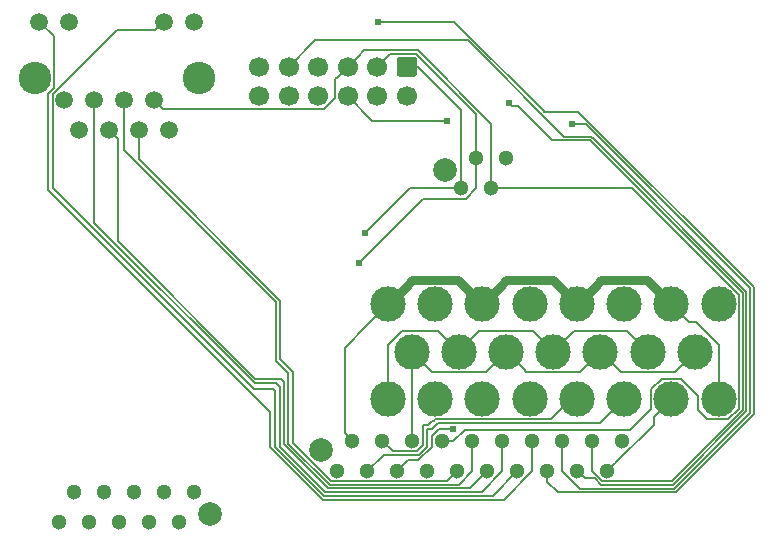
<source format=gtl>
G04 #@! TF.GenerationSoftware,KiCad,Pcbnew,5.0.2-bee76a0~70~ubuntu18.04.1*
G04 #@! TF.CreationDate,2019-02-11T21:37:26-05:00*
G04 #@! TF.ProjectId,DR_InterfaceBoard,44525f49-6e74-4657-9266-616365426f61,rev?*
G04 #@! TF.SameCoordinates,Original*
G04 #@! TF.FileFunction,Copper,L1,Top*
G04 #@! TF.FilePolarity,Positive*
%FSLAX46Y46*%
G04 Gerber Fmt 4.6, Leading zero omitted, Abs format (unit mm)*
G04 Created by KiCad (PCBNEW 5.0.2-bee76a0~70~ubuntu18.04.1) date Mon 11 Feb 2019 09:37:26 PM EST*
%MOMM*%
%LPD*%
G01*
G04 APERTURE LIST*
G04 #@! TA.AperFunction,ComponentPad*
%ADD10C,3.000000*%
G04 #@! TD*
G04 #@! TA.AperFunction,ComponentPad*
%ADD11C,2.000000*%
G04 #@! TD*
G04 #@! TA.AperFunction,ComponentPad*
%ADD12C,1.300000*%
G04 #@! TD*
G04 #@! TA.AperFunction,ComponentPad*
%ADD13C,1.500000*%
G04 #@! TD*
G04 #@! TA.AperFunction,ComponentPad*
%ADD14C,2.750000*%
G04 #@! TD*
G04 #@! TA.AperFunction,Conductor*
%ADD15C,0.100000*%
G04 #@! TD*
G04 #@! TA.AperFunction,ComponentPad*
%ADD16C,1.700000*%
G04 #@! TD*
G04 #@! TA.AperFunction,ViaPad*
%ADD17C,0.609600*%
G04 #@! TD*
G04 #@! TA.AperFunction,Conductor*
%ADD18C,0.152400*%
G04 #@! TD*
G04 #@! TA.AperFunction,Conductor*
%ADD19C,0.762000*%
G04 #@! TD*
G04 APERTURE END LIST*
D10*
G04 #@! TO.P,J4,23*
G04 #@! TO.N,/CANL*
X53130000Y-64206000D03*
G04 #@! TO.P,J4,17*
G04 #@! TO.N,/RTD_LSD*
X77130000Y-64206000D03*
G04 #@! TO.P,J4,18*
G04 #@! TO.N,/STR_POT+*
X73130000Y-64206000D03*
G04 #@! TO.P,J4,19*
G04 #@! TO.N,/STR_POT_SENSE*
X69130000Y-64206000D03*
G04 #@! TO.P,J4,20*
G04 #@! TO.N,/STR_POT-*
X65130000Y-64206000D03*
G04 #@! TO.P,J4,21*
G04 #@! TO.N,/SCL*
X61130000Y-64206000D03*
G04 #@! TO.P,J4,22*
G04 #@! TO.N,/SDA*
X57130000Y-64206000D03*
G04 #@! TO.P,J4,10*
G04 #@! TO.N,/CANL*
X75130000Y-60206000D03*
G04 #@! TO.P,J4,11*
G04 #@! TO.N,/CANH*
X71130000Y-60206000D03*
G04 #@! TO.P,J4,13*
X63130000Y-60206000D03*
G04 #@! TO.P,J4,12*
G04 #@! TO.N,/CANL*
X67130000Y-60206000D03*
G04 #@! TO.P,J4,14*
X59130000Y-60206000D03*
G04 #@! TO.P,J4,15*
G04 #@! TO.N,/CANH*
X55130000Y-60206000D03*
G04 #@! TO.P,J4,8*
G04 #@! TO.N,+12V*
X53130000Y-56206000D03*
G04 #@! TO.P,J4,7*
G04 #@! TO.N,GND*
X57130000Y-56206000D03*
G04 #@! TO.P,J4,6*
G04 #@! TO.N,+12V*
X61130000Y-56206000D03*
G04 #@! TO.P,J4,4*
X69130000Y-56206000D03*
G04 #@! TO.P,J4,5*
G04 #@! TO.N,GND*
X65130000Y-56206000D03*
G04 #@! TO.P,J4,3*
X73130000Y-56206000D03*
G04 #@! TO.P,J4,2*
G04 #@! TO.N,+12V*
X77130000Y-56206000D03*
G04 #@! TO.P,J4,16*
X81130000Y-64206000D03*
G04 #@! TO.P,J4,9*
G04 #@! TO.N,/CANH*
X79130000Y-60206000D03*
G04 #@! TO.P,J4,1*
G04 #@! TO.N,GND*
X81130000Y-56206000D03*
G04 #@! TD*
D11*
G04 #@! TO.P,J1,11*
G04 #@! TO.N,N/C*
X38072060Y-73916540D03*
D12*
G04 #@! TO.P,J1,10*
G04 #@! TO.N,Net-(J1-Pad10)*
X25242060Y-74656540D03*
G04 #@! TO.P,J1,9*
G04 #@! TO.N,Net-(J1-Pad9)*
X26512060Y-72116540D03*
G04 #@! TO.P,J1,8*
G04 #@! TO.N,Net-(J1-Pad8)*
X27782060Y-74656540D03*
G04 #@! TO.P,J1,6*
G04 #@! TO.N,Net-(J1-Pad6)*
X30322060Y-74656540D03*
G04 #@! TO.P,J1,4*
G04 #@! TO.N,Net-(J1-Pad4)*
X32862060Y-74656540D03*
G04 #@! TO.P,J1,2*
G04 #@! TO.N,Net-(J1-Pad2)*
X35402060Y-74656540D03*
G04 #@! TO.P,J1,7*
G04 #@! TO.N,Net-(J1-Pad7)*
X29052060Y-72116540D03*
G04 #@! TO.P,J1,1*
G04 #@! TO.N,Net-(J1-Pad1)*
X36672060Y-72116540D03*
G04 #@! TO.P,J1,3*
G04 #@! TO.N,Net-(J1-Pad3)*
X34132060Y-72116540D03*
G04 #@! TO.P,J1,5*
G04 #@! TO.N,Net-(J1-Pad5)*
X31592060Y-72116540D03*
G04 #@! TD*
D11*
G04 #@! TO.P,J2,21*
G04 #@! TO.N,N/C*
X47461530Y-68489740D03*
D12*
G04 #@! TO.P,J2,20*
G04 #@! TO.N,Net-(J2-Pad20)*
X72991530Y-67749740D03*
G04 #@! TO.P,J2,19*
G04 #@! TO.N,/RTD_LSD*
X71721530Y-70289740D03*
G04 #@! TO.P,J2,18*
G04 #@! TO.N,/IMD_LED*
X70451530Y-67749740D03*
G04 #@! TO.P,J2,17*
G04 #@! TO.N,/BMS_LED*
X69181530Y-70289740D03*
G04 #@! TO.P,J2,16*
G04 #@! TO.N,/START_BTN*
X67911530Y-67749740D03*
G04 #@! TO.P,J2,15*
G04 #@! TO.N,/START_LED*
X66641530Y-70289740D03*
G04 #@! TO.P,J2,14*
G04 #@! TO.N,/RJ45_LED2*
X65371530Y-67749740D03*
G04 #@! TO.P,J2,13*
G04 #@! TO.N,/RJ45_LED1*
X64101530Y-70289740D03*
G04 #@! TO.P,J2,12*
G04 #@! TO.N,/RESET*
X62831530Y-67749740D03*
G04 #@! TO.P,J2,11*
G04 #@! TO.N,/SCK*
X61561530Y-70289740D03*
G04 #@! TO.P,J2,10*
G04 #@! TO.N,/MISO*
X60291530Y-67749740D03*
G04 #@! TO.P,J2,9*
G04 #@! TO.N,/MOSI*
X59021530Y-70289740D03*
G04 #@! TO.P,J2,8*
G04 #@! TO.N,+5V*
X57751530Y-67749740D03*
G04 #@! TO.P,J2,6*
G04 #@! TO.N,/CANH*
X55211530Y-67749740D03*
G04 #@! TO.P,J2,4*
G04 #@! TO.N,/STR_POT_SENSE*
X52671530Y-67749740D03*
G04 #@! TO.P,J2,2*
G04 #@! TO.N,+12V*
X50131530Y-67749740D03*
G04 #@! TO.P,J2,7*
G04 #@! TO.N,/CANL*
X56481530Y-70289740D03*
G04 #@! TO.P,J2,1*
G04 #@! TO.N,GND*
X48861530Y-70289740D03*
G04 #@! TO.P,J2,3*
G04 #@! TO.N,/STR_POT+*
X51401530Y-70289740D03*
G04 #@! TO.P,J2,5*
G04 #@! TO.N,/STR_POT-*
X53941530Y-70289740D03*
G04 #@! TD*
D11*
G04 #@! TO.P,J3,5*
G04 #@! TO.N,N/C*
X57949649Y-44856719D03*
D12*
G04 #@! TO.P,J3,4*
G04 #@! TO.N,GND*
X63159649Y-43816719D03*
G04 #@! TO.P,J3,2*
G04 #@! TO.N,/SDA*
X60619649Y-43816719D03*
G04 #@! TO.P,J3,1*
G04 #@! TO.N,/SCL*
X59349649Y-46356719D03*
G04 #@! TO.P,J3,3*
G04 #@! TO.N,+5V*
X61889649Y-46356719D03*
G04 #@! TD*
D13*
G04 #@! TO.P,U1,12*
G04 #@! TO.N,/RJ45_LED2*
X23622000Y-32258000D03*
G04 #@! TO.P,U1,11*
G04 #@! TO.N,GND*
X26162000Y-32258000D03*
G04 #@! TO.P,U1,9*
X36722000Y-32258000D03*
G04 #@! TO.P,U1,10*
G04 #@! TO.N,/RJ45_LED1*
X34182000Y-32258000D03*
G04 #@! TO.P,U1,1*
G04 #@! TO.N,/CANH*
X25722000Y-38888000D03*
G04 #@! TO.P,U1,3*
G04 #@! TO.N,/RESET*
X28262000Y-38888000D03*
G04 #@! TO.P,U1,5*
G04 #@! TO.N,/MISO*
X30802000Y-38888000D03*
G04 #@! TO.P,U1,7*
G04 #@! TO.N,+5V*
X33342000Y-38888000D03*
G04 #@! TO.P,U1,2*
G04 #@! TO.N,/CANL*
X26992000Y-41428000D03*
G04 #@! TO.P,U1,4*
G04 #@! TO.N,/SCK*
X29532000Y-41428000D03*
G04 #@! TO.P,U1,6*
G04 #@! TO.N,/MOSI*
X32072000Y-41428000D03*
G04 #@! TO.P,U1,8*
G04 #@! TO.N,GND*
X34612000Y-41428000D03*
D14*
G04 #@! TO.P,U1,13*
X23222000Y-37008000D03*
G04 #@! TO.P,U1,14*
X37122000Y-37008000D03*
G04 #@! TD*
D15*
G04 #@! TO.N,/SCL*
G04 #@! TO.C,J5*
G36*
X55361504Y-35219204D02*
X55385773Y-35222804D01*
X55409571Y-35228765D01*
X55432671Y-35237030D01*
X55454849Y-35247520D01*
X55475893Y-35260133D01*
X55495598Y-35274747D01*
X55513777Y-35291223D01*
X55530253Y-35309402D01*
X55544867Y-35329107D01*
X55557480Y-35350151D01*
X55567970Y-35372329D01*
X55576235Y-35395429D01*
X55582196Y-35419227D01*
X55585796Y-35443496D01*
X55587000Y-35468000D01*
X55587000Y-36668000D01*
X55585796Y-36692504D01*
X55582196Y-36716773D01*
X55576235Y-36740571D01*
X55567970Y-36763671D01*
X55557480Y-36785849D01*
X55544867Y-36806893D01*
X55530253Y-36826598D01*
X55513777Y-36844777D01*
X55495598Y-36861253D01*
X55475893Y-36875867D01*
X55454849Y-36888480D01*
X55432671Y-36898970D01*
X55409571Y-36907235D01*
X55385773Y-36913196D01*
X55361504Y-36916796D01*
X55337000Y-36918000D01*
X54137000Y-36918000D01*
X54112496Y-36916796D01*
X54088227Y-36913196D01*
X54064429Y-36907235D01*
X54041329Y-36898970D01*
X54019151Y-36888480D01*
X53998107Y-36875867D01*
X53978402Y-36861253D01*
X53960223Y-36844777D01*
X53943747Y-36826598D01*
X53929133Y-36806893D01*
X53916520Y-36785849D01*
X53906030Y-36763671D01*
X53897765Y-36740571D01*
X53891804Y-36716773D01*
X53888204Y-36692504D01*
X53887000Y-36668000D01*
X53887000Y-35468000D01*
X53888204Y-35443496D01*
X53891804Y-35419227D01*
X53897765Y-35395429D01*
X53906030Y-35372329D01*
X53916520Y-35350151D01*
X53929133Y-35329107D01*
X53943747Y-35309402D01*
X53960223Y-35291223D01*
X53978402Y-35274747D01*
X53998107Y-35260133D01*
X54019151Y-35247520D01*
X54041329Y-35237030D01*
X54064429Y-35228765D01*
X54088227Y-35222804D01*
X54112496Y-35219204D01*
X54137000Y-35218000D01*
X55337000Y-35218000D01*
X55361504Y-35219204D01*
X55361504Y-35219204D01*
G37*
D16*
G04 #@! TD*
G04 #@! TO.P,J5,1*
G04 #@! TO.N,/SCL*
X54737000Y-36068000D03*
G04 #@! TO.P,J5,2*
G04 #@! TO.N,/SDA*
X52237000Y-36068000D03*
G04 #@! TO.P,J5,3*
G04 #@! TO.N,+5V*
X49737000Y-36068000D03*
G04 #@! TO.P,J5,4*
G04 #@! TO.N,GND*
X47237000Y-36068000D03*
G04 #@! TO.P,J5,5*
G04 #@! TO.N,/BMS_LED*
X44737000Y-36068000D03*
G04 #@! TO.P,J5,6*
G04 #@! TO.N,GND*
X42237000Y-36068000D03*
G04 #@! TO.P,J5,7*
G04 #@! TO.N,/IMD_LED*
X54737000Y-38568000D03*
G04 #@! TO.P,J5,8*
G04 #@! TO.N,GND*
X52237000Y-38568000D03*
G04 #@! TO.P,J5,9*
G04 #@! TO.N,/START_BTN*
X49737000Y-38568000D03*
G04 #@! TO.P,J5,10*
G04 #@! TO.N,GND*
X47237000Y-38568000D03*
G04 #@! TO.P,J5,11*
G04 #@! TO.N,/START_LED*
X44737000Y-38568000D03*
G04 #@! TO.P,J5,12*
G04 #@! TO.N,GND*
X42237000Y-38568000D03*
G04 #@! TD*
D17*
G04 #@! TO.N,/IMD_LED*
X63373000Y-39116000D03*
G04 #@! TO.N,/START_BTN*
X58166000Y-40640000D03*
X68707000Y-40944799D03*
G04 #@! TO.N,/START_LED*
X52324000Y-32258000D03*
G04 #@! TO.N,/STR_POT-*
X58674000Y-66772811D03*
G04 #@! TO.N,/SDA*
X50647600Y-52705000D03*
G04 #@! TO.N,/SCL*
X51181000Y-50165000D03*
G04 #@! TD*
D18*
G04 #@! TO.N,/RTD_LSD*
X72371529Y-69639741D02*
X71721530Y-70289740D01*
X75630001Y-66381269D02*
X72371529Y-69639741D01*
X75630001Y-65705999D02*
X75630001Y-66381269D01*
X77130000Y-64206000D02*
X75630001Y-65705999D01*
G04 #@! TO.N,/IMD_LED*
X70451530Y-70320070D02*
X70451530Y-67749740D01*
X71299801Y-71168341D02*
X70451530Y-70320070D01*
X77157055Y-71168341D02*
X71299801Y-71168341D01*
X70204396Y-42291000D02*
X83185000Y-55271604D01*
X63677799Y-39420799D02*
X64185799Y-39420799D01*
X63373000Y-39116000D02*
X63677799Y-39420799D01*
X83185000Y-65140396D02*
X77157055Y-71168341D01*
X64185799Y-39420799D02*
X67056000Y-42291000D01*
X67056000Y-42291000D02*
X70204396Y-42291000D01*
X83185000Y-55271604D02*
X83185000Y-65140396D01*
G04 #@! TO.N,/BMS_LED*
X70640133Y-70939739D02*
X71201394Y-71501000D01*
X69181530Y-70289740D02*
X69831529Y-70939739D01*
X69831529Y-70939739D02*
X70640133Y-70939739D01*
X77255462Y-71501000D02*
X83489810Y-65266652D01*
X71201394Y-71501000D02*
X77255462Y-71501000D01*
X83489810Y-65266652D02*
X83489810Y-61849000D01*
X83489810Y-61849000D02*
X83489809Y-55145347D01*
X68048625Y-41986191D02*
X70330653Y-41986191D01*
X59911833Y-33849399D02*
X68048625Y-41986191D01*
X44737000Y-36068000D02*
X46955601Y-33849399D01*
X46955601Y-33849399D02*
X59911833Y-33849399D01*
X70330653Y-41986191D02*
X70560231Y-42215769D01*
X70560231Y-42215769D02*
X70635462Y-42291000D01*
X83489809Y-55145347D02*
X70635462Y-42291000D01*
X70635462Y-42291000D02*
X70496731Y-42152269D01*
G04 #@! TO.N,/START_BTN*
X52712670Y-40640000D02*
X58166000Y-40640000D01*
X49737000Y-38568000D02*
X51809000Y-40640000D01*
X51809000Y-40640000D02*
X52712670Y-40640000D01*
X69900799Y-40944799D02*
X83794620Y-54838620D01*
X67911530Y-70320070D02*
X67911530Y-67749740D01*
X83794620Y-54838620D02*
X83794620Y-65392908D01*
X68707000Y-40944799D02*
X69900799Y-40944799D01*
X69397270Y-71805810D02*
X67911530Y-70320070D01*
X83794620Y-65392908D02*
X77381719Y-71805809D01*
X77381719Y-71805809D02*
X69397270Y-71805810D01*
G04 #@! TO.N,/START_LED*
X84099429Y-54712363D02*
X69265066Y-39878000D01*
X84099430Y-65519164D02*
X84099429Y-54712363D01*
X77507976Y-72110618D02*
X84099430Y-65519164D01*
X66641530Y-70289740D02*
X66641530Y-71208978D01*
X66641530Y-71208978D02*
X67543170Y-72110618D01*
X67543170Y-72110618D02*
X77507976Y-72110618D01*
X52324000Y-32258000D02*
X58751500Y-32258000D01*
X66421000Y-39878000D02*
X66371500Y-39878000D01*
X69265066Y-39878000D02*
X66421000Y-39878000D01*
X66294000Y-39751000D02*
X66421000Y-39878000D01*
X66244500Y-39751000D02*
X66294000Y-39751000D01*
X58751500Y-32258000D02*
X66244500Y-39751000D01*
G04 #@! TO.N,/RJ45_LED2*
X65371530Y-70320070D02*
X65371530Y-67749740D01*
X47651868Y-72771000D02*
X62920600Y-72771000D01*
X43180000Y-68299132D02*
X47651868Y-72771000D01*
X24825601Y-33461601D02*
X24825601Y-37905003D01*
X62920600Y-72771000D02*
X65371530Y-70320070D01*
X43180000Y-65278000D02*
X43180000Y-68299132D01*
X23622000Y-32258000D02*
X24825601Y-33461601D01*
X24825601Y-37905003D02*
X24384000Y-38346604D01*
X24384000Y-38346604D02*
X24384000Y-46482000D01*
X24384000Y-46482000D02*
X43180000Y-65278000D01*
G04 #@! TO.N,/RJ45_LED1*
X64101530Y-70289740D02*
X62003692Y-72387578D01*
X47699511Y-72387577D02*
X43561000Y-68249066D01*
X62003692Y-72387578D02*
X47699511Y-72387577D01*
X43561000Y-63500000D02*
X43561000Y-65532000D01*
X43434000Y-63373000D02*
X43561000Y-63500000D01*
X24743399Y-46333399D02*
X41783000Y-63373000D01*
X43561000Y-65532000D02*
X43561000Y-64897000D01*
X24743399Y-38418271D02*
X24743399Y-46333399D01*
X43561000Y-68249066D02*
X43561000Y-65532000D01*
X34182000Y-32258000D02*
X33432001Y-33007999D01*
X41783000Y-63373000D02*
X43434000Y-63373000D01*
X33432001Y-33007999D02*
X30153671Y-33007999D01*
X30153671Y-33007999D02*
X24743399Y-38418271D01*
G04 #@! TO.N,/RESET*
X61068832Y-72082768D02*
X47825768Y-72082768D01*
X62831530Y-67749740D02*
X62831530Y-70320070D01*
X62831530Y-70320070D02*
X61068832Y-72082768D01*
X47825768Y-72082768D02*
X44018190Y-68275190D01*
X28262000Y-49280396D02*
X41846604Y-62865000D01*
X28262000Y-38888000D02*
X28262000Y-49280396D01*
X41846604Y-62865000D02*
X43688000Y-62865000D01*
X44018190Y-63195190D02*
X44018190Y-64897000D01*
X43688000Y-62865000D02*
X44018190Y-63195190D01*
X44018190Y-68275190D02*
X44018190Y-64897000D01*
X44018190Y-64897000D02*
X44018190Y-64846190D01*
G04 #@! TO.N,/SCK*
X48069287Y-71777959D02*
X44323000Y-68031672D01*
X61561530Y-70289740D02*
X60073310Y-71777960D01*
X60073310Y-71777960D02*
X48069287Y-71777959D01*
X30281999Y-50869329D02*
X41896670Y-62484000D01*
X29532000Y-41428000D02*
X30281999Y-42177999D01*
X30281999Y-42177999D02*
X30281999Y-50869329D01*
X41896670Y-62484000D02*
X44069000Y-62484000D01*
X44323000Y-62738000D02*
X44323000Y-64770000D01*
X44069000Y-62484000D02*
X44323000Y-62738000D01*
X44323000Y-68031672D02*
X44323000Y-64770000D01*
X44323000Y-64770000D02*
X44323000Y-64643000D01*
G04 #@! TO.N,/MISO*
X48195544Y-71473150D02*
X44704000Y-67981606D01*
X59138449Y-71473151D02*
X48195544Y-71473150D01*
X60291530Y-67749740D02*
X60291530Y-70320070D01*
X60291530Y-70320070D02*
X59138449Y-71473151D01*
X44704000Y-67981606D02*
X44704000Y-64897000D01*
X44704000Y-64897000D02*
X44704000Y-64643000D01*
X30802000Y-43091396D02*
X30802000Y-38888000D01*
X43688000Y-60960000D02*
X43688000Y-55977396D01*
X43688000Y-55977396D02*
X30802000Y-43091396D01*
X44704000Y-61976000D02*
X43688000Y-60960000D01*
X44704000Y-64897000D02*
X44704000Y-61976000D01*
G04 #@! TO.N,/MOSI*
X58142929Y-71168341D02*
X59021530Y-70289740D01*
X45085000Y-67931540D02*
X48321801Y-71168341D01*
X45085000Y-61925934D02*
X45085000Y-67931540D01*
X44021670Y-60862604D02*
X45085000Y-61925934D01*
X48321801Y-71168341D02*
X58142929Y-71168341D01*
X44021670Y-55880000D02*
X44021670Y-60862604D01*
X32072000Y-43930330D02*
X44021670Y-55880000D01*
X32072000Y-41428000D02*
X32072000Y-43930330D01*
G04 #@! TO.N,+5V*
X50586999Y-35218001D02*
X49737000Y-36068000D01*
X51120420Y-34684580D02*
X50586999Y-35218001D01*
X55661504Y-34684580D02*
X51120420Y-34684580D01*
X61889649Y-40912725D02*
X55661504Y-34684580D01*
X61889649Y-46356719D02*
X61889649Y-40912725D01*
X48658399Y-37146601D02*
X48887001Y-36917999D01*
X48658399Y-38742931D02*
X48658399Y-37146601D01*
X47754729Y-39646601D02*
X48658399Y-38742931D01*
X34100601Y-39646601D02*
X47754729Y-39646601D01*
X48887001Y-36917999D02*
X49737000Y-36068000D01*
X33342000Y-38888000D02*
X34100601Y-39646601D01*
X79401399Y-63919069D02*
X79401399Y-65177399D01*
X77959729Y-62477399D02*
X79401399Y-63919069D01*
X58670768Y-67749740D02*
X59618508Y-66802000D01*
X76300271Y-62477399D02*
X77959729Y-62477399D01*
X57751530Y-67749740D02*
X58670768Y-67749740D01*
X59618508Y-66802000D02*
X73635128Y-66802000D01*
X73635128Y-66802000D02*
X75401399Y-65035729D01*
X75401399Y-65035729D02*
X75401399Y-63376271D01*
X75401399Y-63376271D02*
X76300271Y-62477399D01*
X62808887Y-46356719D02*
X61889649Y-46356719D01*
X73839049Y-46356719D02*
X62808887Y-46356719D01*
X82858601Y-55376271D02*
X73839049Y-46356719D01*
X82858601Y-65035729D02*
X82858601Y-55376271D01*
X81959729Y-65934601D02*
X82858601Y-65035729D01*
X80158601Y-65934601D02*
X81959729Y-65934601D01*
X79401399Y-65177399D02*
X80158601Y-65934601D01*
G04 #@! TO.N,/CANH*
X55130000Y-60206000D02*
X55130000Y-64764330D01*
X72629999Y-61705999D02*
X71130000Y-60206000D01*
X72858601Y-61934601D02*
X72629999Y-61705999D01*
X77401399Y-61934601D02*
X72858601Y-61934601D01*
X79130000Y-60206000D02*
X77401399Y-61934601D01*
X64629999Y-61705999D02*
X63130000Y-60206000D01*
X64858601Y-61934601D02*
X64629999Y-61705999D01*
X69401399Y-61934601D02*
X64858601Y-61934601D01*
X71130000Y-60206000D02*
X69401399Y-61934601D01*
X56858601Y-61934601D02*
X56629999Y-61705999D01*
X61401399Y-61934601D02*
X56858601Y-61934601D01*
X56629999Y-61705999D02*
X55130000Y-60206000D01*
X63130000Y-60206000D02*
X61401399Y-61934601D01*
X55211530Y-64845860D02*
X55211530Y-67749740D01*
X55130000Y-64764330D02*
X55211530Y-64845860D01*
G04 #@! TO.N,/STR_POT_SENSE*
X55633259Y-68628341D02*
X56134000Y-68127600D01*
X52671530Y-67749740D02*
X53550131Y-68628341D01*
X53550131Y-68628341D02*
X55633259Y-68628341D01*
X56134000Y-68127600D02*
X56134000Y-68066940D01*
X56134000Y-68127600D02*
X56134000Y-66421000D01*
X56134000Y-66421000D02*
X56515000Y-66421000D01*
X57023000Y-66040000D02*
X57128399Y-65934601D01*
X57128399Y-65934601D02*
X66906333Y-65934601D01*
X68634934Y-64206000D02*
X69130000Y-64206000D01*
X66906333Y-65934601D02*
X68634934Y-64206000D01*
X56515000Y-66421000D02*
X56896000Y-66040000D01*
X56896000Y-66040000D02*
X57023000Y-66040000D01*
G04 #@! TO.N,+12V*
X49481531Y-67099741D02*
X50131530Y-67749740D01*
X53130000Y-56206000D02*
X51401399Y-57934601D01*
D19*
X75096599Y-54172599D02*
X71163401Y-54172599D01*
X70629999Y-54706001D02*
X69130000Y-56206000D01*
X71163401Y-54172599D02*
X70629999Y-54706001D01*
X77130000Y-56206000D02*
X75096599Y-54172599D01*
X63163401Y-54172599D02*
X62629999Y-54706001D01*
X62629999Y-54706001D02*
X61130000Y-56206000D01*
X67096599Y-54172599D02*
X63163401Y-54172599D01*
X69130000Y-56206000D02*
X67096599Y-54172599D01*
X54629999Y-54706001D02*
X53130000Y-56206000D01*
X59096599Y-54172599D02*
X55163401Y-54172599D01*
X55163401Y-54172599D02*
X54629999Y-54706001D01*
X61130000Y-56206000D02*
X59096599Y-54172599D01*
D18*
X81130000Y-62084680D02*
X81130000Y-64206000D01*
X81130000Y-59647670D02*
X81130000Y-62084680D01*
X79188329Y-57705999D02*
X81130000Y-59647670D01*
X78629999Y-57705999D02*
X79188329Y-57705999D01*
X77130000Y-56206000D02*
X78629999Y-57705999D01*
X49481531Y-59854469D02*
X51401399Y-57934601D01*
X49481531Y-67099741D02*
X49481531Y-59854469D01*
G04 #@! TO.N,/CANL*
X57630001Y-58706001D02*
X59130000Y-60206000D01*
X54300271Y-58477399D02*
X57401399Y-58477399D01*
X57401399Y-58477399D02*
X57630001Y-58706001D01*
X53130000Y-59647670D02*
X54300271Y-58477399D01*
X53130000Y-64206000D02*
X53130000Y-59647670D01*
X65630001Y-58706001D02*
X67130000Y-60206000D01*
X65401399Y-58477399D02*
X65630001Y-58706001D01*
X60858601Y-58477399D02*
X65401399Y-58477399D01*
X59130000Y-60206000D02*
X60858601Y-58477399D01*
X73630001Y-58706001D02*
X75130000Y-60206000D01*
X68858601Y-58477399D02*
X73401399Y-58477399D01*
X73401399Y-58477399D02*
X73630001Y-58706001D01*
X67130000Y-60206000D02*
X68858601Y-58477399D01*
G04 #@! TO.N,/STR_POT+*
X71096589Y-66239411D02*
X71677000Y-65659000D01*
X57331589Y-66239411D02*
X71096589Y-66239411D01*
X71677000Y-65659000D02*
X73130000Y-64206000D01*
X55759516Y-68933150D02*
X56438810Y-68253856D01*
X71630001Y-65705999D02*
X71677000Y-65659000D01*
X56464190Y-66725810D02*
X56845190Y-66725810D01*
X56438810Y-66751190D02*
X56464190Y-66725810D01*
X51401530Y-70289740D02*
X52758119Y-68933151D01*
X56438810Y-68253856D02*
X56438810Y-66751190D01*
X56845190Y-66725810D02*
X57331589Y-66239411D01*
X52758119Y-68933151D02*
X55759516Y-68933150D01*
G04 #@! TO.N,/STR_POT-*
X58242948Y-66772811D02*
X58674000Y-66772811D01*
X53941530Y-70289740D02*
X54820131Y-69411139D01*
X57428129Y-66772811D02*
X58242948Y-66772811D01*
X54820131Y-69411139D02*
X55712591Y-69411139D01*
X55712591Y-69411139D02*
X56872929Y-68250803D01*
X56872929Y-67328011D02*
X57428129Y-66772811D01*
X56872929Y-68250803D02*
X56872929Y-67328011D01*
G04 #@! TO.N,/SDA*
X60619649Y-42897481D02*
X60619649Y-43816719D01*
X60619649Y-40073791D02*
X60619649Y-42897481D01*
X55535248Y-34989390D02*
X60619649Y-40073791D01*
X53315610Y-34989390D02*
X55535248Y-34989390D01*
X52237000Y-36068000D02*
X53315610Y-34989390D01*
X60619649Y-44735957D02*
X60619649Y-43816719D01*
X59771378Y-47235320D02*
X60619649Y-46387049D01*
X56117280Y-47235320D02*
X59771378Y-47235320D01*
X60619649Y-46387049D02*
X60619649Y-44735957D01*
X50647600Y-52705000D02*
X56117280Y-47235320D01*
G04 #@! TO.N,/SCL*
X59349649Y-45437481D02*
X59349649Y-46356719D01*
X59349649Y-39730649D02*
X59349649Y-45437481D01*
X55687000Y-36068000D02*
X59349649Y-39730649D01*
X54737000Y-36068000D02*
X55687000Y-36068000D01*
X54989281Y-46356719D02*
X59349649Y-46356719D01*
X51181000Y-50165000D02*
X54989281Y-46356719D01*
G04 #@! TD*
M02*

</source>
